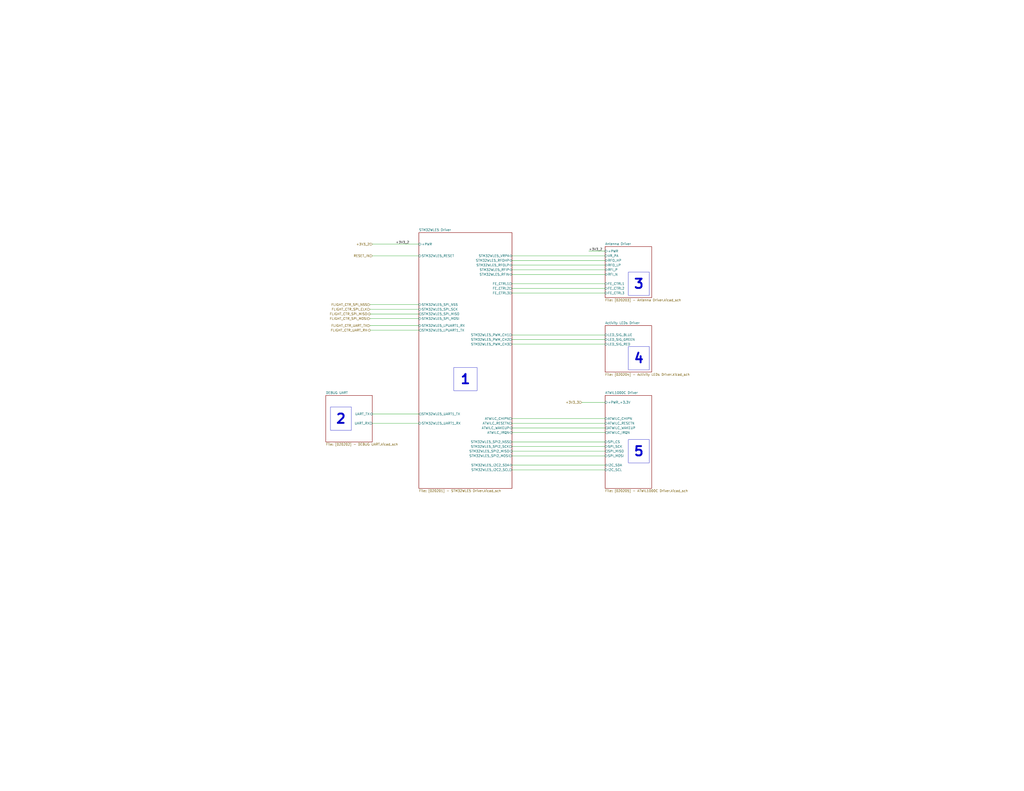
<source format=kicad_sch>
(kicad_sch
	(version 20231120)
	(generator "eeschema")
	(generator_version "8.0")
	(uuid "3cf1c0e5-d779-4fe9-9d0c-a80210814242")
	(paper "C")
	(title_block
		(title "Quadcopter")
		(date "2024-03-17")
		(rev "01")
		(company "Mend0z0")
		(comment 1 "01")
		(comment 2 "PRELIMINARY")
		(comment 3 "Siavash Taher Parvar")
		(comment 8 "N/A")
		(comment 9 "First Version")
	)
	(lib_symbols)
	(wire
		(pts
			(xy 279.4 144.78) (xy 330.2 144.78)
		)
		(stroke
			(width 0)
			(type default)
		)
		(uuid "0437e5b5-065c-461d-95e0-def72dd6f2e0")
	)
	(wire
		(pts
			(xy 279.4 185.42) (xy 330.2 185.42)
		)
		(stroke
			(width 0)
			(type default)
		)
		(uuid "05b281cf-c0bf-4b77-b4a0-484cec33f2f0")
	)
	(wire
		(pts
			(xy 279.4 228.6) (xy 330.2 228.6)
		)
		(stroke
			(width 0)
			(type default)
		)
		(uuid "0f36309d-aa53-4611-a324-716bcb0703f0")
	)
	(wire
		(pts
			(xy 201.93 168.91) (xy 228.6 168.91)
		)
		(stroke
			(width 0)
			(type default)
		)
		(uuid "215dc510-0bd3-419b-8ad5-1d79b949cb60")
	)
	(wire
		(pts
			(xy 279.4 139.7) (xy 330.2 139.7)
		)
		(stroke
			(width 0)
			(type default)
		)
		(uuid "323ae656-3def-42c3-a3da-c9522125cf1c")
	)
	(wire
		(pts
			(xy 203.2 226.06) (xy 228.6 226.06)
		)
		(stroke
			(width 0)
			(type default)
		)
		(uuid "36efe615-8327-4b09-9c32-3edab583e3c8")
	)
	(wire
		(pts
			(xy 279.4 246.38) (xy 330.2 246.38)
		)
		(stroke
			(width 0)
			(type default)
		)
		(uuid "38f8605c-4870-496b-8124-10906b6a0ae3")
	)
	(wire
		(pts
			(xy 317.5 219.71) (xy 330.2 219.71)
		)
		(stroke
			(width 0)
			(type default)
		)
		(uuid "42cd84cc-9039-41da-9157-ce66d56a7ec9")
	)
	(wire
		(pts
			(xy 279.4 187.96) (xy 330.2 187.96)
		)
		(stroke
			(width 0)
			(type default)
		)
		(uuid "431ba283-1837-4963-a4b9-fae4b7f6f4a4")
	)
	(wire
		(pts
			(xy 279.4 147.32) (xy 330.2 147.32)
		)
		(stroke
			(width 0)
			(type default)
		)
		(uuid "491726a1-6d9c-41d8-a7f0-d6116966eaad")
	)
	(wire
		(pts
			(xy 203.2 231.14) (xy 228.6 231.14)
		)
		(stroke
			(width 0)
			(type default)
		)
		(uuid "63fc6385-974c-4161-be40-5acbab475882")
	)
	(wire
		(pts
			(xy 201.93 173.99) (xy 228.6 173.99)
		)
		(stroke
			(width 0)
			(type default)
		)
		(uuid "6d9954bc-5e3b-4783-a8cb-9bd7ecbda58b")
	)
	(wire
		(pts
			(xy 279.4 248.92) (xy 330.2 248.92)
		)
		(stroke
			(width 0)
			(type default)
		)
		(uuid "71e19aaf-08bc-4db5-91d2-5c7ae9ee5799")
	)
	(wire
		(pts
			(xy 321.31 137.16) (xy 330.2 137.16)
		)
		(stroke
			(width 0)
			(type default)
		)
		(uuid "7244c519-6d36-4a03-a5e5-48a55fb14612")
	)
	(wire
		(pts
			(xy 279.4 157.48) (xy 330.2 157.48)
		)
		(stroke
			(width 0)
			(type default)
		)
		(uuid "78399f21-d058-47e9-8da6-362191e6fb46")
	)
	(wire
		(pts
			(xy 279.4 154.94) (xy 330.2 154.94)
		)
		(stroke
			(width 0)
			(type default)
		)
		(uuid "7d71fcee-ced7-4446-88cf-02505c9b5320")
	)
	(wire
		(pts
			(xy 279.4 149.86) (xy 330.2 149.86)
		)
		(stroke
			(width 0)
			(type default)
		)
		(uuid "86564554-ed2b-40f0-9105-3566fd85ded2")
	)
	(wire
		(pts
			(xy 279.4 160.02) (xy 330.2 160.02)
		)
		(stroke
			(width 0)
			(type default)
		)
		(uuid "89f045c1-d43d-4818-85a7-3c1fa2721b38")
	)
	(wire
		(pts
			(xy 279.4 231.14) (xy 330.2 231.14)
		)
		(stroke
			(width 0)
			(type default)
		)
		(uuid "94dfbfbc-4a9c-4450-8fa3-781bed2e4856")
	)
	(wire
		(pts
			(xy 279.4 233.68) (xy 330.2 233.68)
		)
		(stroke
			(width 0)
			(type default)
		)
		(uuid "9bd43ae2-ee9c-493a-a9f6-4091f3772607")
	)
	(wire
		(pts
			(xy 279.4 241.3) (xy 330.2 241.3)
		)
		(stroke
			(width 0)
			(type default)
		)
		(uuid "a3573647-4e63-4019-b073-1b843795d20f")
	)
	(wire
		(pts
			(xy 279.4 254) (xy 330.2 254)
		)
		(stroke
			(width 0)
			(type default)
		)
		(uuid "a7ae3fc4-ffc8-44a2-9734-c0396b797e97")
	)
	(wire
		(pts
			(xy 201.93 166.37) (xy 228.6 166.37)
		)
		(stroke
			(width 0)
			(type default)
		)
		(uuid "a90beaa1-7050-447e-92a4-cf34d97ccadc")
	)
	(wire
		(pts
			(xy 279.4 236.22) (xy 330.2 236.22)
		)
		(stroke
			(width 0)
			(type default)
		)
		(uuid "aefa909e-be82-4a53-9e99-2da089171a89")
	)
	(wire
		(pts
			(xy 201.93 177.8) (xy 228.6 177.8)
		)
		(stroke
			(width 0)
			(type default)
		)
		(uuid "b2c5237c-cabf-4a69-9c29-944f6a03357d")
	)
	(wire
		(pts
			(xy 203.2 139.7) (xy 228.6 139.7)
		)
		(stroke
			(width 0)
			(type default)
		)
		(uuid "b74f997b-b80a-4f05-944e-5400f0085e4c")
	)
	(wire
		(pts
			(xy 279.4 142.24) (xy 330.2 142.24)
		)
		(stroke
			(width 0)
			(type default)
		)
		(uuid "bcb9b039-3f50-42d9-9bc5-7e18af83d7f3")
	)
	(wire
		(pts
			(xy 201.93 171.45) (xy 228.6 171.45)
		)
		(stroke
			(width 0)
			(type default)
		)
		(uuid "bf1acc5c-d8a2-4edb-b883-18919a55b65c")
	)
	(wire
		(pts
			(xy 203.2 133.35) (xy 228.6 133.35)
		)
		(stroke
			(width 0)
			(type default)
		)
		(uuid "c0e68c77-c829-4f1e-a119-d7c0306cda8d")
	)
	(wire
		(pts
			(xy 201.93 180.34) (xy 228.6 180.34)
		)
		(stroke
			(width 0)
			(type default)
		)
		(uuid "c331a715-5a18-41cf-b43a-e6a9fa9530d9")
	)
	(wire
		(pts
			(xy 279.4 182.88) (xy 330.2 182.88)
		)
		(stroke
			(width 0)
			(type default)
		)
		(uuid "efb340d9-f966-4337-92d0-a1a2c4cbffa9")
	)
	(wire
		(pts
			(xy 279.4 256.54) (xy 330.2 256.54)
		)
		(stroke
			(width 0)
			(type default)
		)
		(uuid "fa633397-b5ae-486a-964a-4e4fb50ec57f")
	)
	(wire
		(pts
			(xy 279.4 243.84) (xy 330.2 243.84)
		)
		(stroke
			(width 0)
			(type default)
		)
		(uuid "fcbb8cfd-cf1f-48f8-a496-e05e9b40dfd5")
	)
	(text_box "4"
		(exclude_from_sim no)
		(at 342.9 189.23 0)
		(size 11.43 12.7)
		(stroke
			(width 0)
			(type default)
		)
		(fill
			(type none)
		)
		(effects
			(font
				(size 5.08 5.08)
				(thickness 1.016)
				(bold yes)
			)
		)
		(uuid "23fbdca0-fbcb-4fe5-9dc6-6e551c36a8f1")
	)
	(text_box "3"
		(exclude_from_sim no)
		(at 342.9 148.59 0)
		(size 11.43 12.7)
		(stroke
			(width 0)
			(type default)
		)
		(fill
			(type none)
		)
		(effects
			(font
				(size 5.08 5.08)
				(thickness 1.016)
				(bold yes)
			)
		)
		(uuid "58e439b2-975d-4449-9ec1-90c6198d65bc")
	)
	(text_box "5"
		(exclude_from_sim no)
		(at 342.9 240.03 0)
		(size 11.43 12.7)
		(stroke
			(width 0)
			(type default)
		)
		(fill
			(type none)
		)
		(effects
			(font
				(size 5.08 5.08)
				(thickness 1.016)
				(bold yes)
			)
		)
		(uuid "8bdf5f56-1d0c-49b4-bac7-e743b447568a")
	)
	(text_box "1"
		(exclude_from_sim no)
		(at 247.65 200.66 0)
		(size 12.7 12.7)
		(stroke
			(width 0)
			(type default)
		)
		(fill
			(type none)
		)
		(effects
			(font
				(size 5.08 5.08)
				(thickness 1.016)
				(bold yes)
			)
		)
		(uuid "8e988d47-2ab2-478b-8853-785d643e344f")
	)
	(text_box "2"
		(exclude_from_sim no)
		(at 180.34 222.25 0)
		(size 11.43 12.7)
		(stroke
			(width 0)
			(type default)
		)
		(fill
			(type none)
		)
		(effects
			(font
				(size 5.08 5.08)
				(thickness 1.016)
				(bold yes)
			)
		)
		(uuid "94b0b9eb-db87-447f-949b-8de0a0257096")
	)
	(label "+3V3_2"
		(at 321.31 137.16 0)
		(fields_autoplaced yes)
		(effects
			(font
				(size 1.27 1.27)
			)
			(justify left bottom)
		)
		(uuid "a1b8e000-d0dd-4320-82d3-2d0a0ffc5a2c")
	)
	(label "+3V3_2"
		(at 215.9 133.35 0)
		(fields_autoplaced yes)
		(effects
			(font
				(size 1.27 1.27)
			)
			(justify left bottom)
		)
		(uuid "ac854552-c3d6-46c9-babb-739b56d20e51")
	)
	(hierarchical_label "FLIGHT_CTR_SPI_CLK"
		(shape input)
		(at 201.93 168.91 180)
		(fields_autoplaced yes)
		(effects
			(font
				(size 1.27 1.27)
			)
			(justify right)
		)
		(uuid "477ecedc-0dd9-4986-a530-c84d9bec4d0e")
	)
	(hierarchical_label "FLIGHT_CTR_SPI_MISO"
		(shape output)
		(at 201.93 171.45 180)
		(fields_autoplaced yes)
		(effects
			(font
				(size 1.27 1.27)
			)
			(justify right)
		)
		(uuid "700d67a0-3738-409e-b438-67b14a82d960")
	)
	(hierarchical_label "FLIGHT_CTR_SPI_NSS"
		(shape input)
		(at 201.93 166.37 180)
		(fields_autoplaced yes)
		(effects
			(font
				(size 1.27 1.27)
			)
			(justify right)
		)
		(uuid "a6a73c7b-dafe-4682-bde8-d26b4c250c45")
	)
	(hierarchical_label "+3V3_3"
		(shape input)
		(at 317.5 219.71 180)
		(fields_autoplaced yes)
		(effects
			(font
				(size 1.27 1.27)
			)
			(justify right)
		)
		(uuid "ad1bd182-7e12-48d4-8b5d-c31200aaddd5")
	)
	(hierarchical_label "FLIGHT_CTR_UART_RX"
		(shape output)
		(at 201.93 180.34 180)
		(fields_autoplaced yes)
		(effects
			(font
				(size 1.27 1.27)
			)
			(justify right)
		)
		(uuid "bf40e0e3-4b5a-46c7-8466-52bb1dc467ad")
	)
	(hierarchical_label "FLIGHT_CTR_UART_TX"
		(shape input)
		(at 201.93 177.8 180)
		(fields_autoplaced yes)
		(effects
			(font
				(size 1.27 1.27)
			)
			(justify right)
		)
		(uuid "c840b8b3-b9aa-4991-9ffe-3ec38b72b9d8")
	)
	(hierarchical_label "+3V3_2"
		(shape input)
		(at 203.2 133.35 180)
		(fields_autoplaced yes)
		(effects
			(font
				(size 1.27 1.27)
			)
			(justify right)
		)
		(uuid "d5a2f07e-ff5c-45e4-b5fe-d2690fe85eba")
	)
	(hierarchical_label "RESET_IN"
		(shape input)
		(at 203.2 139.7 180)
		(fields_autoplaced yes)
		(effects
			(font
				(size 1.27 1.27)
			)
			(justify right)
		)
		(uuid "e3952e47-6114-49f1-a568-ddea19a964b1")
	)
	(hierarchical_label "FLIGHT_CTR_SPI_MOSI"
		(shape input)
		(at 201.93 173.99 180)
		(fields_autoplaced yes)
		(effects
			(font
				(size 1.27 1.27)
			)
			(justify right)
		)
		(uuid "f1663ac8-8dc9-445d-ad90-3ca70a86e040")
	)
	(sheet
		(at 330.2 177.8)
		(size 25.4 25.4)
		(fields_autoplaced yes)
		(stroke
			(width 0.1524)
			(type solid)
		)
		(fill
			(color 0 0 0 0.0000)
		)
		(uuid "036f860c-85f7-4ad6-9942-a3edc088e744")
		(property "Sheetname" "Activity LEDs Driver"
			(at 330.2 177.0884 0)
			(effects
				(font
					(size 1.27 1.27)
				)
				(justify left bottom)
			)
		)
		(property "Sheetfile" "[020204] - Activity LEDs Driver.kicad_sch"
			(at 330.2 203.7846 0)
			(effects
				(font
					(size 1.27 1.27)
				)
				(justify left top)
			)
		)
		(pin "LED_SIG_GREEN" input
			(at 330.2 185.42 180)
			(effects
				(font
					(size 1.27 1.27)
				)
				(justify left)
			)
			(uuid "128c49f6-f671-4d6f-a3d8-781ceb227845")
		)
		(pin "LED_SIG_RED" input
			(at 330.2 187.96 180)
			(effects
				(font
					(size 1.27 1.27)
				)
				(justify left)
			)
			(uuid "c17f197a-bd58-441a-a2b7-2d9626f92fed")
		)
		(pin "LED_SIG_BLUE" input
			(at 330.2 182.88 180)
			(effects
				(font
					(size 1.27 1.27)
				)
				(justify left)
			)
			(uuid "a9720dfc-95a4-45e7-a7f7-ed8464acca5b")
		)
		(instances
			(project "_Sub_HW_Qcopter"
				(path "/b8703f06-b3da-4de2-b217-f104939b36e8/6184e84e-040e-4878-8152-76cf0b949e21/52ef12aa-708a-4c3e-bdcf-f4b54bf97795"
					(page "29")
				)
			)
		)
	)
	(sheet
		(at 177.8 215.9)
		(size 25.4 25.4)
		(fields_autoplaced yes)
		(stroke
			(width 0.1524)
			(type solid)
		)
		(fill
			(color 0 0 0 0.0000)
		)
		(uuid "28fb611e-9be9-40da-a4d5-7a0eb68011b2")
		(property "Sheetname" "DEBUG UART"
			(at 177.8 215.1884 0)
			(effects
				(font
					(size 1.27 1.27)
				)
				(justify left bottom)
			)
		)
		(property "Sheetfile" "[020202] - DEBUG UART.kicad_sch"
			(at 177.8 241.8846 0)
			(effects
				(font
					(size 1.27 1.27)
				)
				(justify left top)
			)
		)
		(pin "UART_TX" input
			(at 203.2 226.06 0)
			(effects
				(font
					(size 1.27 1.27)
				)
				(justify right)
			)
			(uuid "dc2e2781-8533-4752-a881-3755b1d7aef0")
		)
		(pin "UART_RX" output
			(at 203.2 231.14 0)
			(effects
				(font
					(size 1.27 1.27)
				)
				(justify right)
			)
			(uuid "08ca84fd-d16e-4d1d-b7bf-efa03c49642b")
		)
		(instances
			(project "_Sub_HW_Qcopter"
				(path "/b8703f06-b3da-4de2-b217-f104939b36e8/6184e84e-040e-4878-8152-76cf0b949e21/52ef12aa-708a-4c3e-bdcf-f4b54bf97795"
					(page "27")
				)
			)
		)
	)
	(sheet
		(at 330.2 134.62)
		(size 25.4 27.94)
		(fields_autoplaced yes)
		(stroke
			(width 0.1524)
			(type solid)
		)
		(fill
			(color 0 0 0 0.0000)
		)
		(uuid "2faab146-56a0-4161-9bf2-36499f684d79")
		(property "Sheetname" "Antenna Driver"
			(at 330.2 133.9084 0)
			(effects
				(font
					(size 1.27 1.27)
				)
				(justify left bottom)
			)
		)
		(property "Sheetfile" "[020203] - Antenna Driver.kicad_sch"
			(at 330.2 163.1446 0)
			(effects
				(font
					(size 1.27 1.27)
				)
				(justify left top)
			)
		)
		(pin "RFO_LP" bidirectional
			(at 330.2 144.78 180)
			(effects
				(font
					(size 1.27 1.27)
				)
				(justify left)
			)
			(uuid "d72ea34c-0268-475c-8543-8c6beff11219")
		)
		(pin "VR_PA" input
			(at 330.2 139.7 180)
			(effects
				(font
					(size 1.27 1.27)
				)
				(justify left)
			)
			(uuid "ff07aa5d-3ce5-4a17-bbc5-d50129a80f2f")
		)
		(pin "RFI_P" bidirectional
			(at 330.2 147.32 180)
			(effects
				(font
					(size 1.27 1.27)
				)
				(justify left)
			)
			(uuid "4ff8c58b-d35d-4aa2-b65d-d6fc07e6f30d")
		)
		(pin "RFI_N" bidirectional
			(at 330.2 149.86 180)
			(effects
				(font
					(size 1.27 1.27)
				)
				(justify left)
			)
			(uuid "2dff077a-8e81-4da9-92f9-69f0e7d0822f")
		)
		(pin "FE_CTRL2" input
			(at 330.2 157.48 180)
			(effects
				(font
					(size 1.27 1.27)
				)
				(justify left)
			)
			(uuid "00824c7f-913d-4171-aff6-b26652edda35")
		)
		(pin "FE_CTRL3" input
			(at 330.2 160.02 180)
			(effects
				(font
					(size 1.27 1.27)
				)
				(justify left)
			)
			(uuid "a0114957-15fe-478b-bd25-f8ad02736eb5")
		)
		(pin "FE_CTRL1" input
			(at 330.2 154.94 180)
			(effects
				(font
					(size 1.27 1.27)
				)
				(justify left)
			)
			(uuid "3fc12350-44e8-49a7-9f2b-af88b1df3fdd")
		)
		(pin "RFO_HP" bidirectional
			(at 330.2 142.24 180)
			(effects
				(font
					(size 1.27 1.27)
				)
				(justify left)
			)
			(uuid "da5564ff-e698-4d32-a9a2-e2b0f8e8a80b")
		)
		(pin "+PWR" input
			(at 330.2 137.16 180)
			(effects
				(font
					(size 1.27 1.27)
				)
				(justify left)
			)
			(uuid "c86af44c-5af7-4df0-8d0f-3651d0495651")
		)
		(instances
			(project "_Sub_HW_Qcopter"
				(path "/b8703f06-b3da-4de2-b217-f104939b36e8/6184e84e-040e-4878-8152-76cf0b949e21/52ef12aa-708a-4c3e-bdcf-f4b54bf97795"
					(page "28")
				)
			)
		)
	)
	(sheet
		(at 330.2 215.9)
		(size 25.4 50.8)
		(fields_autoplaced yes)
		(stroke
			(width 0.1524)
			(type solid)
		)
		(fill
			(color 0 0 0 0.0000)
		)
		(uuid "572dcb6a-579b-4867-89b1-35ab8a6f8fad")
		(property "Sheetname" "ATWIL1000C Driver"
			(at 330.2 215.1884 0)
			(effects
				(font
					(size 1.27 1.27)
				)
				(justify left bottom)
			)
		)
		(property "Sheetfile" "[020205] - ATWIL1000C Driver.kicad_sch"
			(at 330.2 267.2846 0)
			(effects
				(font
					(size 1.27 1.27)
				)
				(justify left top)
			)
		)
		(pin "ATWILC_IRQN" output
			(at 330.2 236.22 180)
			(effects
				(font
					(size 1.27 1.27)
				)
				(justify left)
			)
			(uuid "eb4f04a2-ef88-4b92-aa78-db3efdbdbdbc")
		)
		(pin "ATWILC_WAKEUP" output
			(at 330.2 233.68 180)
			(effects
				(font
					(size 1.27 1.27)
				)
				(justify left)
			)
			(uuid "e927032b-6fde-45e1-9f78-501f2ff9885e")
		)
		(pin "I2C_SCL" input
			(at 330.2 256.54 180)
			(effects
				(font
					(size 1.27 1.27)
				)
				(justify left)
			)
			(uuid "a46481e5-20f0-47ca-a111-1e1478bda0cd")
		)
		(pin "I2C_SDA" bidirectional
			(at 330.2 254 180)
			(effects
				(font
					(size 1.27 1.27)
				)
				(justify left)
			)
			(uuid "25837e61-a238-4fce-96e4-6cfcaf787b1a")
		)
		(pin "SPI_MISO" output
			(at 330.2 246.38 180)
			(effects
				(font
					(size 1.27 1.27)
				)
				(justify left)
			)
			(uuid "3dfd73d0-1cec-4a38-87bb-e345007e270d")
		)
		(pin "SPI_MOSI" input
			(at 330.2 248.92 180)
			(effects
				(font
					(size 1.27 1.27)
				)
				(justify left)
			)
			(uuid "58907826-23b1-47ce-b07b-a04b885dccce")
		)
		(pin "SPI_CS" input
			(at 330.2 241.3 180)
			(effects
				(font
					(size 1.27 1.27)
				)
				(justify left)
			)
			(uuid "5122b9e9-238d-4338-8706-3f77982d0b56")
		)
		(pin "SPI_SCK" input
			(at 330.2 243.84 180)
			(effects
				(font
					(size 1.27 1.27)
				)
				(justify left)
			)
			(uuid "cf64f795-96ee-475d-a78b-8eefc94f8c50")
		)
		(pin "ATWILC_RESETN" input
			(at 330.2 231.14 180)
			(effects
				(font
					(size 1.27 1.27)
				)
				(justify left)
			)
			(uuid "47ba7089-0e7f-4b2f-97e2-4cdc41e4e274")
		)
		(pin "ATWILC_CHIPN" input
			(at 330.2 228.6 180)
			(effects
				(font
					(size 1.27 1.27)
				)
				(justify left)
			)
			(uuid "cb16d278-e1c6-4c82-8c14-b9839fd2fb23")
		)
		(pin "+PWR_+3.3V" input
			(at 330.2 219.71 180)
			(effects
				(font
					(size 1.27 1.27)
				)
				(justify left)
			)
			(uuid "42f565ec-7fd3-4b2b-8f8e-aae670d303ac")
		)
		(instances
			(project "_Sub_HW_Qcopter"
				(path "/b8703f06-b3da-4de2-b217-f104939b36e8/6184e84e-040e-4878-8152-76cf0b949e21/52ef12aa-708a-4c3e-bdcf-f4b54bf97795"
					(page "30")
				)
			)
		)
	)
	(sheet
		(at 228.6 127)
		(size 50.8 139.7)
		(fields_autoplaced yes)
		(stroke
			(width 0.1524)
			(type solid)
		)
		(fill
			(color 0 0 0 0.0000)
		)
		(uuid "ed29e548-608f-4c6d-baf5-be9a7e3f9a1c")
		(property "Sheetname" "STM32WLE5 Driver"
			(at 228.6 126.2884 0)
			(effects
				(font
					(size 1.27 1.27)
				)
				(justify left bottom)
			)
		)
		(property "Sheetfile" "[020201] - STM32WLE5 Driver.kicad_sch"
			(at 228.6 267.2846 0)
			(effects
				(font
					(size 1.27 1.27)
				)
				(justify left top)
			)
		)
		(pin "+PWR" input
			(at 228.6 133.35 180)
			(effects
				(font
					(size 1.27 1.27)
				)
				(justify left)
			)
			(uuid "302c204f-3b1c-4b5a-aea3-c9ee8d81e30e")
		)
		(pin "STM32WLE5_UART1_RX" input
			(at 228.6 231.14 180)
			(effects
				(font
					(size 1.27 1.27)
				)
				(justify left)
			)
			(uuid "3d17cdc4-20c1-483f-a0dc-f1193584554b")
		)
		(pin "STM32WLE5_UART1_TX" output
			(at 228.6 226.06 180)
			(effects
				(font
					(size 1.27 1.27)
				)
				(justify left)
			)
			(uuid "ce153282-9a5b-4dca-bdc4-9d9496ebbb61")
		)
		(pin "STM32WLE5_SPI_SCK" input
			(at 228.6 168.91 180)
			(effects
				(font
					(size 1.27 1.27)
				)
				(justify left)
			)
			(uuid "5c97347b-1855-48d1-8ec7-3a8537a7bb9d")
		)
		(pin "STM32WLE5_SPI_MISO" output
			(at 228.6 171.45 180)
			(effects
				(font
					(size 1.27 1.27)
				)
				(justify left)
			)
			(uuid "13f99f95-d13c-40e9-bceb-5fbbc9811e65")
		)
		(pin "STM32WLE5_SPI_MOSI" input
			(at 228.6 173.99 180)
			(effects
				(font
					(size 1.27 1.27)
				)
				(justify left)
			)
			(uuid "d807619c-d27e-491d-bda9-bdd206173798")
		)
		(pin "STM32WLE5_PWM_CH3" output
			(at 279.4 187.96 0)
			(effects
				(font
					(size 1.27 1.27)
				)
				(justify right)
			)
			(uuid "6fb18955-edf7-4f75-953f-0ef894ef9a3b")
		)
		(pin "STM32WLE5_LPUART1_TX" output
			(at 228.6 180.34 180)
			(effects
				(font
					(size 1.27 1.27)
				)
				(justify left)
			)
			(uuid "0cfa3e3e-b383-4dad-8c46-ffa4c795bde9")
		)
		(pin "STM32WLE5_LPUART1_RX" input
			(at 228.6 177.8 180)
			(effects
				(font
					(size 1.27 1.27)
				)
				(justify left)
			)
			(uuid "207916f9-f7d0-4149-869d-c433c0214f77")
		)
		(pin "STM32WLE5_SPI_NSS" input
			(at 228.6 166.37 180)
			(effects
				(font
					(size 1.27 1.27)
				)
				(justify left)
			)
			(uuid "ea3569d0-053c-420d-b3d9-1fcef15371d6")
		)
		(pin "STM32WLE5_PWM_CH1" output
			(at 279.4 182.88 0)
			(effects
				(font
					(size 1.27 1.27)
				)
				(justify right)
			)
			(uuid "0979fc11-bf2b-4ae4-867e-00bef534caaa")
		)
		(pin "STM32WLE5_PWM_CH2" output
			(at 279.4 185.42 0)
			(effects
				(font
					(size 1.27 1.27)
				)
				(justify right)
			)
			(uuid "44f041dd-8847-40d9-b09a-fcbec1515190")
		)
		(pin "STM32WLE5_SPI2_NSS" output
			(at 279.4 241.3 0)
			(effects
				(font
					(size 1.27 1.27)
				)
				(justify right)
			)
			(uuid "05ce10a9-5204-46bd-8210-24ad0b4ecfdd")
		)
		(pin "STM32WLE5_SPI2_SCK" output
			(at 279.4 243.84 0)
			(effects
				(font
					(size 1.27 1.27)
				)
				(justify right)
			)
			(uuid "a0860f6c-420b-4139-b0df-808df9b8a99f")
		)
		(pin "STM32WLE5_I2C2_SDA" bidirectional
			(at 279.4 254 0)
			(effects
				(font
					(size 1.27 1.27)
				)
				(justify right)
			)
			(uuid "2d865caf-acf0-4a73-8fe8-d60dda602ed5")
		)
		(pin "STM32WLE5_SPI2_MOSI" output
			(at 279.4 248.92 0)
			(effects
				(font
					(size 1.27 1.27)
				)
				(justify right)
			)
			(uuid "9f1631a7-10e2-4191-929c-7ff168801c9b")
		)
		(pin "STM32WLE5_I2C2_SCL" output
			(at 279.4 256.54 0)
			(effects
				(font
					(size 1.27 1.27)
				)
				(justify right)
			)
			(uuid "6b3b4b8c-3c9c-42f6-a392-5ceb05799a08")
		)
		(pin "STM32WLE5_SPI2_MISO" input
			(at 279.4 246.38 0)
			(effects
				(font
					(size 1.27 1.27)
				)
				(justify right)
			)
			(uuid "48cbebdd-4d26-494d-9e2b-04794b6e64a1")
		)
		(pin "ATWILC_IRQN" input
			(at 279.4 236.22 0)
			(effects
				(font
					(size 1.27 1.27)
				)
				(justify right)
			)
			(uuid "f6c044a7-2a85-4bc6-9c79-1fa65a004ea4")
		)
		(pin "ATWILC_WAKEUP" input
			(at 279.4 233.68 0)
			(effects
				(font
					(size 1.27 1.27)
				)
				(justify right)
			)
			(uuid "dda45a6e-8a93-4b3c-b5fc-9e8b7b519506")
		)
		(pin "ATWILC_RESETN" output
			(at 279.4 231.14 0)
			(effects
				(font
					(size 1.27 1.27)
				)
				(justify right)
			)
			(uuid "2b4aec47-dd2f-43f1-8257-5093a2e11b09")
		)
		(pin "ATWILC_CHIPN" output
			(at 279.4 228.6 0)
			(effects
				(font
					(size 1.27 1.27)
				)
				(justify right)
			)
			(uuid "86660906-fe2d-4d64-a169-9b73ab29b3e6")
		)
		(pin "STM32WLE5_RFIN" bidirectional
			(at 279.4 149.86 0)
			(effects
				(font
					(size 1.27 1.27)
				)
				(justify right)
			)
			(uuid "57c1a56d-5aae-4410-a129-4c321fa0463e")
		)
		(pin "STM32WLE5_RFIP" bidirectional
			(at 279.4 147.32 0)
			(effects
				(font
					(size 1.27 1.27)
				)
				(justify right)
			)
			(uuid "132dcd7d-9262-4e77-aa08-35b13a74a1ba")
		)
		(pin "STM32WLE5_RFOHP" bidirectional
			(at 279.4 142.24 0)
			(effects
				(font
					(size 1.27 1.27)
				)
				(justify right)
			)
			(uuid "c8ffcb7a-b49a-4771-8cef-eddd23e79c36")
		)
		(pin "STM32WLE5_RFOLP" bidirectional
			(at 279.4 144.78 0)
			(effects
				(font
					(size 1.27 1.27)
				)
				(justify right)
			)
			(uuid "521b343a-86ac-4b9a-9da1-defb1613f925")
		)
		(pin "STM32WLE5_VRPA" bidirectional
			(at 279.4 139.7 0)
			(effects
				(font
					(size 1.27 1.27)
				)
				(justify right)
			)
			(uuid "6417db90-9a56-44c5-805f-6e6e5fc0a575")
		)
		(pin "FE_CTRL1" output
			(at 279.4 154.94 0)
			(effects
				(font
					(size 1.27 1.27)
				)
				(justify right)
			)
			(uuid "bc330e67-3e79-4e18-9320-2214c9965a79")
		)
		(pin "FE_CTRL3" output
			(at 279.4 160.02 0)
			(effects
				(font
					(size 1.27 1.27)
				)
				(justify right)
			)
			(uuid "39449d2c-e062-4f4c-846e-ee7f20281d81")
		)
		(pin "FE_CTRL2" output
			(at 279.4 157.48 0)
			(effects
				(font
					(size 1.27 1.27)
				)
				(justify right)
			)
			(uuid "f655c5f8-0f4d-4a46-b063-6b7a46ec08a4")
		)
		(pin "STM32WLE5_RESET" input
			(at 228.6 139.7 180)
			(effects
				(font
					(size 1.27 1.27)
				)
				(justify left)
			)
			(uuid "69c95ac5-9903-43e1-bb89-8d381631232a")
		)
		(instances
			(project "_Sub_HW_Qcopter"
				(path "/b8703f06-b3da-4de2-b217-f104939b36e8/6184e84e-040e-4878-8152-76cf0b949e21/52ef12aa-708a-4c3e-bdcf-f4b54bf97795"
					(page "26")
				)
			)
		)
	)
)
</source>
